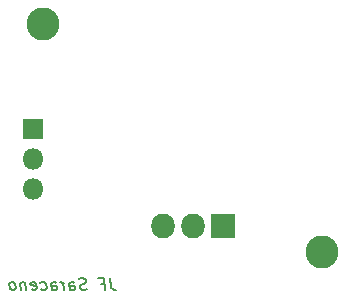
<source format=gbr>
%TF.GenerationSoftware,KiCad,Pcbnew,5.1.6-c6e7f7d~87~ubuntu18.04.1*%
%TF.CreationDate,2021-12-22T00:30:34-08:00*%
%TF.ProjectId,portable-voltage-regulator,706f7274-6162-46c6-952d-766f6c746167,rev?*%
%TF.SameCoordinates,Original*%
%TF.FileFunction,Soldermask,Bot*%
%TF.FilePolarity,Negative*%
%FSLAX46Y46*%
G04 Gerber Fmt 4.6, Leading zero omitted, Abs format (unit mm)*
G04 Created by KiCad (PCBNEW 5.1.6-c6e7f7d~87~ubuntu18.04.1) date 2021-12-22 00:30:34*
%MOMM*%
%LPD*%
G01*
G04 APERTURE LIST*
%ADD10C,0.150000*%
%ADD11O,2.005000X2.100000*%
%ADD12R,2.005000X2.100000*%
%ADD13O,1.800000X1.800000*%
%ADD14R,1.800000X1.800000*%
%ADD15C,2.800000*%
G04 APERTURE END LIST*
D10*
X148874032Y-108672380D02*
X148963318Y-109386666D01*
X149028794Y-109529523D01*
X149135937Y-109624761D01*
X149284747Y-109672380D01*
X149379985Y-109672380D01*
X148124032Y-109148571D02*
X148457366Y-109148571D01*
X148522842Y-109672380D02*
X148397842Y-108672380D01*
X147921651Y-108672380D01*
X146945461Y-109624761D02*
X146808556Y-109672380D01*
X146570461Y-109672380D01*
X146469270Y-109624761D01*
X146415699Y-109577142D01*
X146356175Y-109481904D01*
X146344270Y-109386666D01*
X146379985Y-109291428D01*
X146421651Y-109243809D01*
X146510937Y-109196190D01*
X146695461Y-109148571D01*
X146784747Y-109100952D01*
X146826413Y-109053333D01*
X146862127Y-108958095D01*
X146850223Y-108862857D01*
X146790699Y-108767619D01*
X146737127Y-108720000D01*
X146635937Y-108672380D01*
X146397842Y-108672380D01*
X146260937Y-108720000D01*
X145522842Y-109672380D02*
X145457366Y-109148571D01*
X145493080Y-109053333D01*
X145582366Y-109005714D01*
X145772842Y-109005714D01*
X145874032Y-109053333D01*
X145516889Y-109624761D02*
X145618080Y-109672380D01*
X145856175Y-109672380D01*
X145945461Y-109624761D01*
X145981175Y-109529523D01*
X145969270Y-109434285D01*
X145909747Y-109339047D01*
X145808556Y-109291428D01*
X145570461Y-109291428D01*
X145469270Y-109243809D01*
X145046651Y-109672380D02*
X144963318Y-109005714D01*
X144987127Y-109196190D02*
X144927604Y-109100952D01*
X144874032Y-109053333D01*
X144772842Y-109005714D01*
X144677604Y-109005714D01*
X143999032Y-109672380D02*
X143933556Y-109148571D01*
X143969270Y-109053333D01*
X144058556Y-109005714D01*
X144249032Y-109005714D01*
X144350223Y-109053333D01*
X143993080Y-109624761D02*
X144094270Y-109672380D01*
X144332366Y-109672380D01*
X144421651Y-109624761D01*
X144457366Y-109529523D01*
X144445461Y-109434285D01*
X144385937Y-109339047D01*
X144284747Y-109291428D01*
X144046651Y-109291428D01*
X143945461Y-109243809D01*
X143088318Y-109624761D02*
X143189508Y-109672380D01*
X143379985Y-109672380D01*
X143469270Y-109624761D01*
X143510937Y-109577142D01*
X143546651Y-109481904D01*
X143510937Y-109196190D01*
X143451413Y-109100952D01*
X143397842Y-109053333D01*
X143296651Y-109005714D01*
X143106175Y-109005714D01*
X143016889Y-109053333D01*
X142278794Y-109624761D02*
X142379985Y-109672380D01*
X142570461Y-109672380D01*
X142659747Y-109624761D01*
X142695461Y-109529523D01*
X142647842Y-109148571D01*
X142588318Y-109053333D01*
X142487127Y-109005714D01*
X142296651Y-109005714D01*
X142207366Y-109053333D01*
X142171651Y-109148571D01*
X142183556Y-109243809D01*
X142671651Y-109339047D01*
X141725223Y-109005714D02*
X141808556Y-109672380D01*
X141737127Y-109100952D02*
X141683556Y-109053333D01*
X141582366Y-109005714D01*
X141439508Y-109005714D01*
X141350223Y-109053333D01*
X141314508Y-109148571D01*
X141379985Y-109672380D01*
X140760937Y-109672380D02*
X140850223Y-109624761D01*
X140891889Y-109577142D01*
X140927604Y-109481904D01*
X140891889Y-109196190D01*
X140832366Y-109100952D01*
X140778794Y-109053333D01*
X140677604Y-109005714D01*
X140534747Y-109005714D01*
X140445461Y-109053333D01*
X140403794Y-109100952D01*
X140368080Y-109196190D01*
X140403794Y-109481904D01*
X140463318Y-109577142D01*
X140516889Y-109624761D01*
X140618080Y-109672380D01*
X140760937Y-109672380D01*
D11*
%TO.C,Q1*%
X153416000Y-104267000D03*
X155956000Y-104267000D03*
D12*
X158496000Y-104267000D03*
%TD*%
D13*
%TO.C,J1*%
X142367000Y-101092000D03*
X142367000Y-98552000D03*
D14*
X142367000Y-96012000D03*
%TD*%
D15*
%TO.C,H1*%
X166878000Y-106426000D03*
%TD*%
%TO.C,H2*%
X143256000Y-87122000D03*
%TD*%
M02*

</source>
